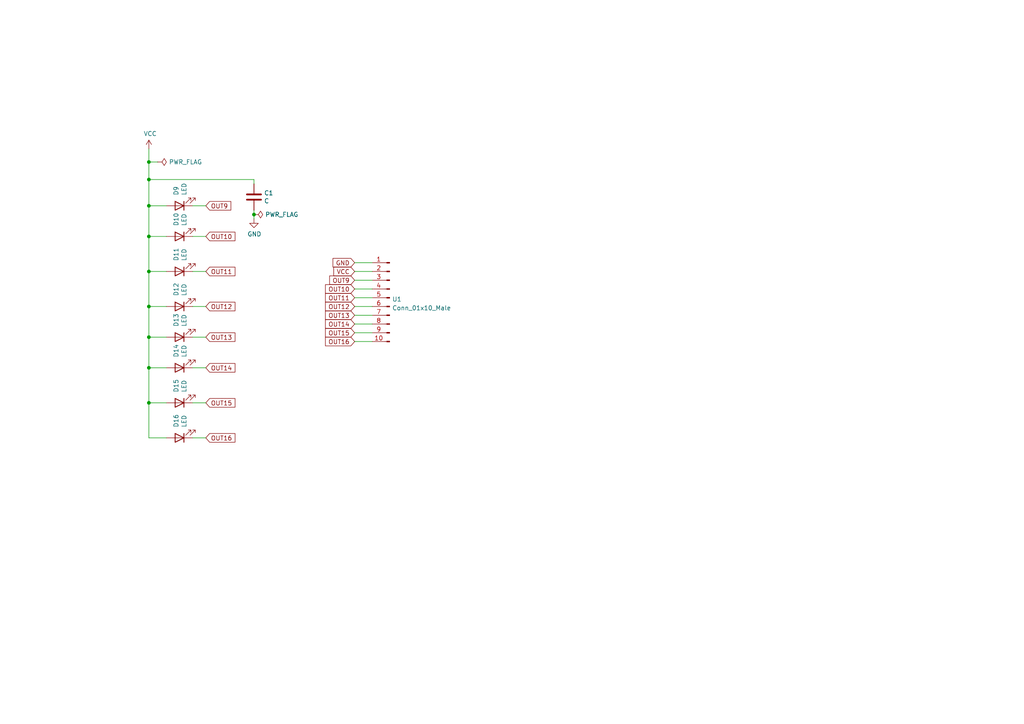
<source format=kicad_sch>
(kicad_sch (version 20211123) (generator eeschema)
  (paper "A4")
  (lib_symbols
    (symbol "Connector:Conn_01x10_Male" (pin_names (offset 1.016) hide)
      (property "Reference" "J" (at 0 12.7 0))
      (property "Value" "Conn_01x10_Male" (at 0 -15.24 0))
      (symbol "Conn_01x10_Male_1_1"
        (polyline (pts (xy 1.27 -12.7) (xy 0.8636 -12.7)) (stroke (width 0.1524)))
        (polyline (pts (xy 1.27 -10.16) (xy 0.8636 -10.16)) (stroke (width 0.1524)))
        (polyline (pts (xy 1.27 -7.62) (xy 0.8636 -7.62)) (stroke (width 0.1524)))
        (polyline (pts (xy 1.27 -5.08) (xy 0.8636 -5.08)) (stroke (width 0.1524)))
        (polyline (pts (xy 1.27 -2.54) (xy 0.8636 -2.54)) (stroke (width 0.1524)))
        (polyline (pts (xy 1.27 0) (xy 0.8636 0)) (stroke (width 0.1524)))
        (polyline (pts (xy 1.27 2.54) (xy 0.8636 2.54)) (stroke (width 0.1524)))
        (polyline (pts (xy 1.27 5.08) (xy 0.8636 5.08)) (stroke (width 0.1524)))
        (polyline (pts (xy 1.27 7.62) (xy 0.8636 7.62)) (stroke (width 0.1524)))
        (polyline (pts (xy 1.27 10.16) (xy 0.8636 10.16)) (stroke (width 0.1524)))
        (rectangle (start 0.8636 -12.573) (end 0 -12.827) (stroke (width 0.1524)) (fill (type outline)))
        (rectangle (start 0.8636 -10.033) (end 0 -10.287) (stroke (width 0.1524)) (fill (type outline)))
        (rectangle (start 0.8636 -7.493) (end 0 -7.747) (stroke (width 0.1524)) (fill (type outline)))
        (rectangle (start 0.8636 -4.953) (end 0 -5.207) (stroke (width 0.1524)) (fill (type outline)))
        (rectangle (start 0.8636 -2.413) (end 0 -2.667) (stroke (width 0.1524)) (fill (type outline)))
        (rectangle (start 0.8636 0.127) (end 0 -0.127) (stroke (width 0.1524)) (fill (type outline)))
        (rectangle (start 0.8636 2.667) (end 0 2.413) (stroke (width 0.1524)) (fill (type outline)))
        (rectangle (start 0.8636 5.207) (end 0 4.953) (stroke (width 0.1524)) (fill (type outline)))
        (rectangle (start 0.8636 7.747) (end 0 7.493) (stroke (width 0.1524)) (fill (type outline)))
        (rectangle (start 0.8636 10.287) (end 0 10.033) (stroke (width 0.1524)) (fill (type outline)))
        (pin passive line (at 5.08 10.16 180) (length 3.81) (name "Pin_1") (number "1"))
        (pin passive line (at 5.08 -12.7 180) (length 3.81) (name "Pin_10") (number "10"))
        (pin passive line (at 5.08 7.62 180) (length 3.81) (name "Pin_2") (number "2"))
        (pin passive line (at 5.08 5.08 180) (length 3.81) (name "Pin_3") (number "3"))
        (pin passive line (at 5.08 2.54 180) (length 3.81) (name "Pin_4") (number "4"))
        (pin passive line (at 5.08 0 180) (length 3.81) (name "Pin_5") (number "5"))
        (pin passive line (at 5.08 -2.54 180) (length 3.81) (name "Pin_6") (number "6"))
        (pin passive line (at 5.08 -5.08 180) (length 3.81) (name "Pin_7") (number "7"))
        (pin passive line (at 5.08 -7.62 180) (length 3.81) (name "Pin_8") (number "8"))
        (pin passive line (at 5.08 -10.16 180) (length 3.81) (name "Pin_9") (number "9"))
      )
    )
    (symbol "Device:C" (pin_numbers hide) (pin_names (offset 0.254))
      (property "Reference" "C" (at 0.635 2.54 0))
      (property "Value" "C" (at 0.635 -2.54 0))
      (symbol "C_0_1"
        (polyline (pts (xy -2.032 -0.762) (xy 2.032 -0.762)) (stroke (width 0.508)))
        (polyline (pts (xy -2.032 0.762) (xy 2.032 0.762)) (stroke (width 0.508)))
      )
      (symbol "C_1_1"
        (pin passive line (at 0 3.81 270) (length 2.794) (name "~") (number "1"))
        (pin passive line (at 0 -3.81 90) (length 2.794) (name "~") (number "2"))
      )
    )
    (symbol "Device:LED" (pin_numbers hide) (pin_names (offset 1.016) hide)
      (property "Reference" "D" (at 0 2.54 0))
      (property "Value" "LED" (at 0 -2.54 0))
      (symbol "LED_0_1"
        (polyline (pts (xy -1.27 -1.27) (xy -1.27 1.27)) (stroke (width 0.254)))
        (polyline (pts (xy -1.27 0) (xy 1.27 0)))
        (polyline (pts (xy 1.27 -1.27) (xy 1.27 1.27) (xy -1.27 0) (xy 1.27 -1.27)) (stroke (width 0.254)))
        (polyline (pts (xy -3.048 -0.762) (xy -4.572 -2.286) (xy -3.81 -2.286) (xy -4.572 -2.286) (xy -4.572 -1.524)))
        (polyline (pts (xy -1.778 -0.762) (xy -3.302 -2.286) (xy -2.54 -2.286) (xy -3.302 -2.286) (xy -3.302 -1.524)))
      )
      (symbol "LED_1_1"
        (pin passive line (at -3.81 0 0) (length 2.54) (name "K") (number "1"))
        (pin passive line (at 3.81 0 180) (length 2.54) (name "A") (number "2"))
      )
    )
    (symbol "power:GND" (power) (pin_names (offset 0))
      (property "Value" "GND" (at 0 -3.81 0))
      (symbol "GND_0_1"
        (polyline (pts (xy 0 0) (xy 0 -1.27) (xy 1.27 -1.27) (xy 0 -2.54) (xy -1.27 -1.27) (xy 0 -1.27)))
      )
      (symbol "GND_1_1"
        (pin power_in line (at 0 0 270) (length 0) hide (name "GND") (number "1"))
      )
    )
    (symbol "power:PWR_FLAG" (power) (pin_numbers hide) (pin_names (offset 0) hide)
      (property "Value" "PWR_FLAG" (at 0 3.81 0))
      (symbol "PWR_FLAG_0_0"
        (pin power_out line (at 0 0 90) (length 0) (name "pwr") (number "1"))
      )
      (symbol "PWR_FLAG_0_1"
        (polyline (pts (xy 0 0) (xy 0 1.27) (xy -1.016 1.905) (xy 0 2.54) (xy 1.016 1.905) (xy 0 1.27)))
      )
    )
    (symbol "power:VCC" (power) (pin_names (offset 0))
      (property "Value" "VCC" (at 0 3.81 0))
      (symbol "VCC_0_1"
        (polyline (pts (xy -0.762 1.27) (xy 0 2.54)))
        (polyline (pts (xy 0 0) (xy 0 2.54)))
        (polyline (pts (xy 0 2.54) (xy 0.762 1.27)))
      )
      (symbol "VCC_1_1"
        (pin power_in line (at 0 0 90) (length 0) hide (name "VCC") (number "1"))
      )
    )
  )
  (junction (at 73.66 62.23))
  (junction (at 43.18 68.58))
  (junction (at 43.18 46.99))
  (junction (at 43.18 52.07))
  (junction (at 43.18 106.68))
  (junction (at 43.18 88.9))
  (junction (at 43.18 97.79))
  (junction (at 43.18 78.74))
  (junction (at 43.18 116.84))
  (junction (at 43.18 59.69))
  (wire (pts (xy 43.18 106.68) (xy 43.18 97.79)))
  (wire (pts (xy 59.69 88.9) (xy 55.88 88.9)))
  (wire (pts (xy 43.18 127) (xy 43.18 116.84)))
  (wire (pts (xy 107.95 86.36) (xy 102.87 86.36)))
  (wire (pts (xy 43.18 68.58) (xy 43.18 59.69)))
  (wire (pts (xy 73.66 53.34) (xy 73.66 52.07)))
  (wire (pts (xy 48.26 116.84) (xy 43.18 116.84)))
  (wire (pts (xy 43.18 116.84) (xy 43.18 106.68)))
  (wire (pts (xy 102.87 96.52) (xy 107.95 96.52)))
  (wire (pts (xy 48.26 68.58) (xy 43.18 68.58)))
  (wire (pts (xy 102.87 76.2) (xy 107.95 76.2)))
  (wire (pts (xy 102.87 83.82) (xy 107.95 83.82)))
  (wire (pts (xy 59.69 116.84) (xy 55.88 116.84)))
  (wire (pts (xy 45.72 46.99) (xy 43.18 46.99)))
  (wire (pts (xy 43.18 52.07) (xy 43.18 59.69)))
  (wire (pts (xy 107.95 81.28) (xy 102.87 81.28)))
  (wire (pts (xy 43.18 43.18) (xy 43.18 46.99)))
  (wire (pts (xy 48.26 59.69) (xy 43.18 59.69)))
  (wire (pts (xy 73.66 62.23) (xy 73.66 63.5)))
  (wire (pts (xy 102.87 99.06) (xy 107.95 99.06)))
  (wire (pts (xy 59.69 59.69) (xy 55.88 59.69)))
  (wire (pts (xy 43.18 97.79) (xy 43.18 88.9)))
  (wire (pts (xy 48.26 97.79) (xy 43.18 97.79)))
  (wire (pts (xy 59.69 106.68) (xy 55.88 106.68)))
  (wire (pts (xy 102.87 93.98) (xy 107.95 93.98)))
  (wire (pts (xy 107.95 88.9) (xy 102.87 88.9)))
  (wire (pts (xy 59.69 97.79) (xy 55.88 97.79)))
  (wire (pts (xy 43.18 78.74) (xy 43.18 68.58)))
  (wire (pts (xy 59.69 78.74) (xy 55.88 78.74)))
  (wire (pts (xy 48.26 88.9) (xy 43.18 88.9)))
  (wire (pts (xy 43.18 46.99) (xy 43.18 52.07)))
  (wire (pts (xy 102.87 78.74) (xy 107.95 78.74)))
  (wire (pts (xy 43.18 52.07) (xy 73.66 52.07)))
  (wire (pts (xy 48.26 106.68) (xy 43.18 106.68)))
  (wire (pts (xy 59.69 127) (xy 55.88 127)))
  (wire (pts (xy 43.18 88.9) (xy 43.18 78.74)))
  (wire (pts (xy 48.26 127) (xy 43.18 127)))
  (wire (pts (xy 73.66 60.96) (xy 73.66 62.23)))
  (wire (pts (xy 59.69 68.58) (xy 55.88 68.58)))
  (wire (pts (xy 102.87 91.44) (xy 107.95 91.44)))
  (wire (pts (xy 48.26 78.74) (xy 43.18 78.74)))
  (global_label "OUT12" (shape input) (at 102.87 88.9 180) (property "Intersheet References" "${INTERSHEET_REFS}" (effects hide)))
  (global_label "OUT16" (shape input) (at 102.87 99.06 180) (property "Intersheet References" "${INTERSHEET_REFS}" (effects hide)))
  (global_label "OUT14" (shape input) (at 59.69 106.68 0) (property "Intersheet References" "${INTERSHEET_REFS}" (effects hide)))
  (global_label "OUT15" (shape input) (at 102.87 96.52 180) (property "Intersheet References" "${INTERSHEET_REFS}" (effects hide)))
  (global_label "OUT9" (shape input) (at 102.87 81.28 180) (property "Intersheet References" "${INTERSHEET_REFS}" (effects hide)))
  (global_label "OUT15" (shape input) (at 59.69 116.84 0) (property "Intersheet References" "${INTERSHEET_REFS}" (effects hide)))
  (global_label "OUT11" (shape input) (at 102.87 86.36 180) (property "Intersheet References" "${INTERSHEET_REFS}" (effects hide)))
  (global_label "OUT14" (shape input) (at 102.87 93.98 180) (property "Intersheet References" "${INTERSHEET_REFS}" (effects hide)))
  (global_label "OUT10" (shape input) (at 59.69 68.58 0) (property "Intersheet References" "${INTERSHEET_REFS}" (effects hide)))
  (global_label "OUT10" (shape input) (at 102.87 83.82 180) (property "Intersheet References" "${INTERSHEET_REFS}" (effects hide)))
  (global_label "OUT9" (shape input) (at 59.69 59.69 0) (property "Intersheet References" "${INTERSHEET_REFS}" (effects hide)))
  (global_label "OUT13" (shape input) (at 59.69 97.79 0) (property "Intersheet References" "${INTERSHEET_REFS}" (effects hide)))
  (global_label "GND" (shape input) (at 102.87 76.2 180) (property "Intersheet References" "${INTERSHEET_REFS}" (effects hide)))
  (global_label "VCC" (shape input) (at 102.87 78.74 180) (property "Intersheet References" "${INTERSHEET_REFS}" (effects hide)))
  (global_label "OUT13" (shape input) (at 102.87 91.44 180) (property "Intersheet References" "${INTERSHEET_REFS}" (effects hide)))
  (global_label "OUT11" (shape input) (at 59.69 78.74 0) (property "Intersheet References" "${INTERSHEET_REFS}" (effects hide)))
  (global_label "OUT16" (shape input) (at 59.69 127 0) (property "Intersheet References" "${INTERSHEET_REFS}" (effects hide)))
  (global_label "OUT12" (shape input) (at 59.69 88.9 0) (property "Intersheet References" "${INTERSHEET_REFS}" (effects hide)))
  (symbol (lib_id "Device:LED") (at 52.07 127 180) (unit 1)
    (property "Reference" "D16" (at 51.0794 124.0028 90) (effects (justify right)))
    (property "Value" "LED" (at 53.3908 124.0028 90) (effects (justify right)))
    (property "Footprint" "LEDs:LED_D5.0mm" (effects hide))
  )
  (symbol (lib_id "Device:LED") (at 52.07 116.84 180) (unit 1)
    (property "Reference" "D15" (at 51.0794 113.8428 90) (effects (justify right)))
    (property "Value" "LED" (at 53.3908 113.8428 90) (effects (justify right)))
    (property "Footprint" "LEDs:LED_D5.0mm" (effects hide))
  )
  (symbol (lib_id "Device:LED") (at 52.07 106.68 180) (unit 1)
    (property "Reference" "D14" (at 51.0794 103.6828 90) (effects (justify right)))
    (property "Value" "LED" (at 53.3908 103.6828 90) (effects (justify right)))
    (property "Footprint" "LEDs:LED_D5.0mm" (effects hide))
  )
  (symbol (lib_id "Device:LED") (at 52.07 97.79 180) (unit 1)
    (property "Reference" "D13" (at 51.0794 94.7928 90) (effects (justify right)))
    (property "Value" "LED" (at 53.3908 94.7928 90) (effects (justify right)))
    (property "Footprint" "LEDs:LED_D5.0mm" (effects hide))
  )
  (symbol (lib_id "Device:LED") (at 52.07 88.9 180) (unit 1)
    (property "Reference" "D12" (at 51.0794 85.9028 90) (effects (justify right)))
    (property "Value" "LED" (at 53.3908 85.9028 90) (effects (justify right)))
    (property "Footprint" "LEDs:LED_D5.0mm" (effects hide))
  )
  (symbol (lib_id "Device:LED") (at 52.07 78.74 180) (unit 1)
    (property "Reference" "D11" (at 51.0794 75.7428 90) (effects (justify right)))
    (property "Value" "LED" (at 53.3908 75.7428 90) (effects (justify right)))
    (property "Footprint" "LEDs:LED_D5.0mm" (effects hide))
  )
  (symbol (lib_id "Device:LED") (at 52.07 68.58 180) (unit 1)
    (property "Reference" "D10" (at 51.0794 65.5828 90) (effects (justify right)))
    (property "Value" "LED" (at 53.3908 65.5828 90) (effects (justify right)))
    (property "Footprint" "LEDs:LED_D5.0mm" (effects hide))
  )
  (symbol (lib_id "Device:LED") (at 52.07 59.69 180) (unit 1)
    (property "Reference" "D9" (at 51.0794 56.6928 90) (effects (justify right)))
    (property "Value" "LED" (at 53.3908 56.6928 90) (effects (justify right)))
    (property "Footprint" "LEDs:LED_D5.0mm" (effects hide))
  )
  (symbol (lib_id "power:VCC") (at 43.18 43.18 0) (unit 1)
    (property "Reference" "#PWR01" (effects hide))
    (property "Value" "VCC" (at 43.561 38.7858 0))
  )
  (symbol (lib_id "Device:C") (at 73.66 57.15 0) (unit 1)
    (property "Reference" "C1" (at 76.581 55.9816 0) (effects (justify left)))
    (property "Value" "C" (at 76.581 58.293 0) (effects (justify left)))
    (property "Footprint" "Capacitors_SMD:C_0603_HandSoldering" (effects hide))
  )
  (symbol (lib_id "power:GND") (at 73.66 63.5 0) (unit 1)
    (property "Reference" "#PWR02" (effects hide))
    (property "Value" "GND" (at 73.787 67.8942 0))
  )
  (symbol (lib_id "power:PWR_FLAG") (at 45.72 46.99 270) (unit 1)
    (property "Reference" "#FLG01" (effects hide))
    (property "Value" "PWR_FLAG" (at 48.9712 46.99 90) (effects (justify left)))
  )
  (symbol (lib_id "power:PWR_FLAG") (at 73.66 62.23 270) (unit 1)
    (property "Reference" "#FLG02" (effects hide))
    (property "Value" "PWR_FLAG" (at 76.9112 62.23 90) (effects (justify left)))
  )
  (symbol (lib_id "Connector:Conn_01x10_Male") (at 113.03 86.36 0) (mirror y) (unit 1)
    (property "Reference" "U1" (at 113.7412 86.7953 0) (effects (justify right)))
    (property "Value" "Conn_01x10_Male" (at 113.7412 89.3322 0) (effects (justify right)))
    (property "Footprint" "Connector_PinHeader_1.27mm:PinHeader_2x05_P1.27mm_Horizontal" (effects hide))
  )
)
</source>
